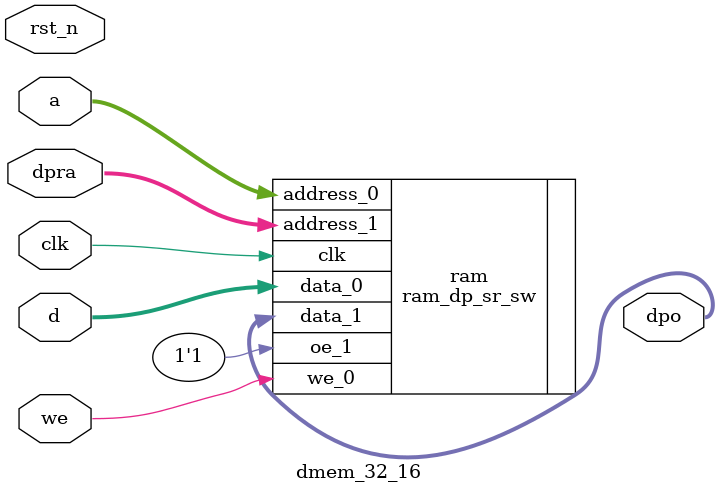
<source format=sv>

`timescale 1ns / 1ns

module dmem_32_16(a, d, dpra, clk, rst_n, we, dpo)
/* synthesis syn_black_box black_box_pad_pin="a[3:0],d[31:0],dpra[3:0],clk,we,dpo[31:0]" */;
  input [3:0]a;
  input [31:0]d;
  input [3:0]dpra;
  input clk;
  input rst_n;
  input we;
  output [31:0]dpo;

 ram_dp_sr_sw #(.DATA_WIDTH(32), .ADDR_WIDTH(4)) ram (
.clk(clk)       , // Clock Input
.address_0(a) , // address_0 Input
.data_0(d)    , // data_0 bi-directional
.we_0(we)      , // Write Enable/Read Enable
.address_1(dpra) , // address_1 Input
.oe_1(1'b1),
.data_1(dpo)     // data_1 bi-directional
); 
endmodule

</source>
